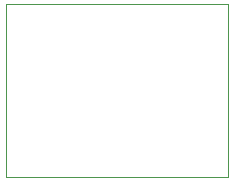
<source format=gko>
G75*
%MOIN*%
%OFA0B0*%
%FSLAX25Y25*%
%IPPOS*%
%LPD*%
%AMOC8*
5,1,8,0,0,1.08239X$1,22.5*
%
%ADD10C,0.00000*%
D10*
X0026299Y0004576D02*
X0026299Y0062056D01*
X0100315Y0062056D01*
X0100315Y0004576D01*
X0026299Y0004576D01*
M02*

</source>
